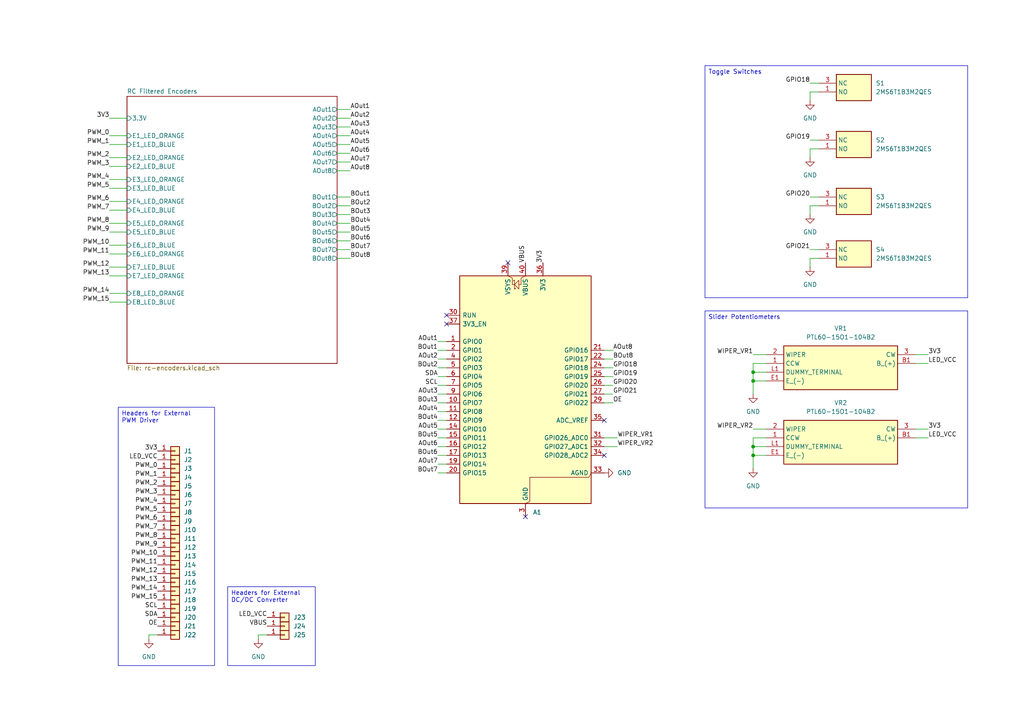
<source format=kicad_sch>
(kicad_sch (version 20250114) (generator "eeschema") (generator_version "9.0")
  (paper "A4")
  (lib_symbols
    (symbol "2MS6T1B3M2QES_1"
      (property "Reference" "S1" (at 16.51 0.0001 0))
      (property "Value" "2MS6T1B3M2QES" (at 16.51 -2.5399 0))
      (symbol "2MS6T1B3M2QES_1_1_1"
        (rectangle (start 5.08 2.54) (end 15.24 -5.08) (stroke (width 0.254)) (fill (type background)))
        (pin passive line (at 0 0 0) (length 5.08) (name "NC") (number "3"))
        (pin passive line (at 0 -2.54 0) (length 5.08) (name "NO") (number "1"))
      )
    )
    (symbol "2MS6T1B3M2QES_2"
      (property "Reference" "S2" (at 16.51 0.0001 0))
      (property "Value" "2MS6T1B3M2QES" (at 16.51 -2.5399 0))
      (symbol "2MS6T1B3M2QES_2_1_1"
        (rectangle (start 5.08 2.54) (end 15.24 -5.08) (stroke (width 0.254)) (fill (type background)))
        (pin passive line (at 0 0 0) (length 5.08) (name "NC") (number "3"))
        (pin passive line (at 0 -2.54 0) (length 5.08) (name "NO") (number "1"))
      )
    )
    (symbol "2MS6T1B3M2QES_3"
      (property "Reference" "S3" (at 16.51 0.0001 0))
      (property "Value" "2MS6T1B3M2QES" (at 16.51 -2.5399 0))
      (symbol "2MS6T1B3M2QES_3_1_1"
        (rectangle (start 5.08 2.54) (end 15.24 -5.08) (stroke (width 0.254)) (fill (type background)))
        (pin passive line (at 0 0 0) (length 5.08) (name "NC") (number "3"))
        (pin passive line (at 0 -2.54 0) (length 5.08) (name "NO") (number "1"))
      )
    )
    (symbol "Connector_Generic:Conn_01x01" (pin_names (offset 1.016) (hide yes))
      (property "Reference" "J" (at 0 2.54 0))
      (property "Value" "Conn_01x01" (at 0 -2.54 0))
      (symbol "Conn_01x01_1_1"
        (rectangle (start -1.27 1.27) (end 1.27 -1.27) (stroke (width 0.254)) (fill (type background)))
        (rectangle (start -1.27 0.127) (end 0 -0.127) (stroke (width 0.1524)))
        (pin passive line (at -5.08 0 0) (length 3.81) (name "Pin_1") (number "1"))
      )
    )
    (symbol "MCU_Module:RaspberryPi_Pico" (pin_names (offset 0.762))
      (property "Reference" "A" (at -19.05 35.56 0))
      (property "Value" "RaspberryPi_Pico" (at 7.62 35.56 0))
      (symbol "RaspberryPi_Pico_0_1"
        (rectangle (start -19.05 34.29) (end 19.05 -31.75) (stroke (width 0.254)) (fill (type background)))
        (polyline (pts (xy -5.08 34.29) (xy -3.81 33.655) (xy -3.81 31.75) (xy -3.175 31.75)))
        (polyline (pts (xy -3.429 32.766) (xy -3.429 33.02) (xy -3.175 33.02) (xy -3.175 30.48) (xy -2.921 30.48) (xy -2.921 30.734)))
        (polyline (pts (xy -3.175 31.75) (xy -1.905 33.02) (xy -1.905 30.48) (xy -3.175 31.75)))
        (polyline (pts (xy 0 34.29) (xy -1.27 33.655) (xy -1.27 31.75) (xy -1.905 31.75)))
        (polyline (pts (xy 0 -31.75) (xy 1.27 -31.115) (xy 1.27 -24.13) (xy 18.415 -24.13) (xy 19.05 -22.86)))
      )
      (symbol "RaspberryPi_Pico_1_1"
        (pin passive line (at -22.86 22.86 0) (length 3.81) (name "RUN") (number "30"))
        (pin passive line (at -22.86 20.32 0) (length 3.81) (name "3V3_EN") (number "37"))
        (pin bidirectional line (at -22.86 15.24 0) (length 3.81) (name "GPIO0") (number "1"))
        (pin bidirectional line (at -22.86 12.7 0) (length 3.81) (name "GPIO1") (number "2"))
        (pin bidirectional line (at -22.86 10.16 0) (length 3.81) (name "GPIO2") (number "4"))
        (pin bidirectional line (at -22.86 7.62 0) (length 3.81) (name "GPIO3") (number "5"))
        (pin bidirectional line (at -22.86 5.08 0) (length 3.81) (name "GPIO4") (number "6"))
        (pin bidirectional line (at -22.86 2.54 0) (length 3.81) (name "GPIO5") (number "7"))
        (pin bidirectional line (at -22.86 0 0) (length 3.81) (name "GPIO6") (number "9"))
        (pin bidirectional line (at -22.86 -2.54 0) (length 3.81) (name "GPIO7") (number "10"))
        (pin bidirectional line (at -22.86 -5.08 0) (length 3.81) (name "GPIO8") (number "11"))
        (pin bidirectional line (at -22.86 -7.62 0) (length 3.81) (name "GPIO9") (number "12"))
        (pin bidirectional line (at -22.86 -10.16 0) (length 3.81) (name "GPIO10") (number "14"))
        (pin bidirectional line (at -22.86 -12.7 0) (length 3.81) (name "GPIO11") (number "15"))
        (pin bidirectional line (at -22.86 -15.24 0) (length 3.81) (name "GPIO12") (number "16"))
        (pin bidirectional line (at -22.86 -17.78 0) (length 3.81) (name "GPIO13") (number "17"))
        (pin bidirectional line (at -22.86 -20.32 0) (length 3.81) (name "GPIO14") (number "19"))
        (pin bidirectional line (at -22.86 -22.86 0) (length 3.81) (name "GPIO15") (number "20"))
        (pin power_in line (at -5.08 38.1 270) (length 3.81) (name "VSYS") (number "39"))
        (pin power_out line (at 0 38.1 270) (length 3.81) (name "VBUS") (number "40"))
        (pin passive line (at 0 -35.56 90) (length 3.81) (hide yes) (name "GND") (number "13"))
        (pin passive line (at 0 -35.56 90) (length 3.81) (hide yes) (name "GND") (number "18"))
        (pin passive line (at 0 -35.56 90) (length 3.81) (hide yes) (name "GND") (number "23"))
        (pin passive line (at 0 -35.56 90) (length 3.81) (hide yes) (name "GND") (number "28"))
        (pin power_out line (at 0 -35.56 90) (length 3.81) (name "GND") (number "3"))
        (pin passive line (at 0 -35.56 90) (length 3.81) (hide yes) (name "GND") (number "38"))
        (pin passive line (at 0 -35.56 90) (length 3.81) (hide yes) (name "GND") (number "8"))
        (pin power_out line (at 5.08 38.1 270) (length 3.81) (name "3V3") (number "36"))
        (pin bidirectional line (at 22.86 12.7 180) (length 3.81) (name "GPIO16") (number "21"))
        (pin bidirectional line (at 22.86 10.16 180) (length 3.81) (name "GPIO17") (number "22"))
        (pin bidirectional line (at 22.86 7.62 180) (length 3.81) (name "GPIO18") (number "24"))
        (pin bidirectional line (at 22.86 5.08 180) (length 3.81) (name "GPIO19") (number "25"))
        (pin bidirectional line (at 22.86 2.54 180) (length 3.81) (name "GPIO20") (number "26"))
        (pin bidirectional line (at 22.86 0 180) (length 3.81) (name "GPIO21") (number "27"))
        (pin bidirectional line (at 22.86 -2.54 180) (length 3.81) (name "GPIO22") (number "29"))
        (pin power_in line (at 22.86 -7.62 180) (length 3.81) (name "ADC_VREF") (number "35"))
        (pin bidirectional line (at 22.86 -12.7 180) (length 3.81) (name "GPIO26_ADC0") (number "31"))
        (pin bidirectional line (at 22.86 -15.24 180) (length 3.81) (name "GPIO27_ADC1") (number "32"))
        (pin bidirectional line (at 22.86 -17.78 180) (length 3.81) (name "GPIO28_ADC2") (number "34"))
        (pin power_out line (at 22.86 -22.86 180) (length 3.81) (name "AGND") (number "33"))
      )
    )
    (symbol "SamacSys_Parts:2MS6T1B3M2QES"
      (property "Reference" "S4" (at 16.51 0.0001 0))
      (property "Value" "2MS6T1B3M2QES" (at 16.51 -2.5399 0))
      (symbol "2MS6T1B3M2QES_1_1"
        (rectangle (start 5.08 2.54) (end 15.24 -5.08) (stroke (width 0.254)) (fill (type background)))
        (pin passive line (at 0 0 0) (length 5.08) (name "NC") (number "3"))
        (pin passive line (at 0 -2.54 0) (length 5.08) (name "NO") (number "1"))
      )
    )
    (symbol "SamacSys_Parts:PTL60-15O1-104B2"
      (property "Reference" "VR" (at 39.37 7.62 0))
      (property "Value" "PTL60-15O1-104B2" (at 39.37 5.08 0))
      (symbol "PTL60-15O1-104B2_1_1"
        (rectangle (start 5.08 2.54) (end 38.1 -10.16) (stroke (width 0.254)) (fill (type background)))
        (pin passive line (at 0 0 0) (length 5.08) (name "WIPER") (number "2"))
        (pin passive line (at 0 -2.54 0) (length 5.08) (name "CCW") (number "1"))
        (pin passive line (at 0 -5.08 0) (length 5.08) (name "DUMMY_TERMINAL") (number "L1"))
        (pin passive line (at 0 -7.62 0) (length 5.08) (name "E_(-)") (number "E1"))
        (pin passive line (at 43.18 0 180) (length 5.08) (name "CW") (number "3"))
        (pin passive line (at 43.18 -2.54 180) (length 5.08) (name "B_(+)") (number "B1"))
      )
    )
    (symbol "power:GND" (power) (pin_numbers (hide yes)) (pin_names (offset 0) (hide yes))
      (property "Value" "GND" (at 0 -3.81 0))
      (symbol "GND_0_1"
        (polyline (pts (xy 0 0) (xy 0 -1.27) (xy 1.27 -1.27) (xy 0 -2.54) (xy -1.27 -1.27) (xy 0 -1.27)))
      )
      (symbol "GND_1_1"
        (pin power_in line (at 0 0 270) (length 0) (name "~") (number "1"))
      )
    )
  )
  (text_box "Headers for External DC/DC Converter\n" (at 66.04 170.18 0) (size 25.4 22.86) (margins 0.9525 0.9525 0.9525 0.9525) (effects (font (size 1.27 1.27)) (justify left top)))
  (text_box "Headers for External\nPWM Driver\n" (at 34.29 118.11 0) (size 27.94 74.93) (margins 0.9525 0.9525 0.9525 0.9525) (effects (font (size 1.27 1.27)) (justify left top)))
  (text_box "Slider Potentiometers" (at 204.47 90.17 0) (size 76.2 57.15) (margins 0.9525 0.9525 0.9525 0.9525) (effects (font (size 1.27 1.27)) (justify left top)))
  (text_box "Toggle Switches" (at 204.47 19.05 0) (size 76.2 67.31) (margins 0.9525 0.9525 0.9525 0.9525) (effects (font (size 1.27 1.27)) (justify left top)))
  (junction (at 218.44 129.54))
  (junction (at 218.44 107.95))
  (junction (at 218.44 110.49))
  (junction (at 218.44 132.08))
  (no_connect (at 175.26 121.92))
  (no_connect (at 129.54 93.98))
  (no_connect (at 129.54 91.44))
  (no_connect (at 152.4 149.86))
  (no_connect (at 147.32 76.2))
  (no_connect (at 175.26 132.08))
  (wire (pts (xy 234.95 29.21) (xy 234.95 26.67)))
  (wire (pts (xy 234.95 43.18) (xy 237.49 43.18)))
  (wire (pts (xy 101.6 34.29) (xy 97.79 34.29)))
  (wire (pts (xy 101.6 74.93) (xy 97.79 74.93)))
  (wire (pts (xy 31.75 87.63) (xy 36.83 87.63)))
  (wire (pts (xy 43.18 184.15) (xy 45.72 184.15)))
  (wire (pts (xy 234.95 74.93) (xy 237.49 74.93)))
  (wire (pts (xy 31.75 80.01) (xy 36.83 80.01)))
  (wire (pts (xy 101.6 59.69) (xy 97.79 59.69)))
  (wire (pts (xy 101.6 36.83) (xy 97.79 36.83)))
  (wire (pts (xy 234.95 40.64) (xy 237.49 40.64)))
  (wire (pts (xy 127 114.3) (xy 129.54 114.3)))
  (wire (pts (xy 101.6 72.39) (xy 97.79 72.39)))
  (wire (pts (xy 218.44 102.87) (xy 222.25 102.87)))
  (wire (pts (xy 31.75 77.47) (xy 36.83 77.47)))
  (wire (pts (xy 234.95 62.23) (xy 234.95 59.69)))
  (wire (pts (xy 177.8 116.84) (xy 175.26 116.84)))
  (wire (pts (xy 218.44 127) (xy 222.25 127)))
  (wire (pts (xy 175.26 104.14) (xy 177.8 104.14)))
  (wire (pts (xy 234.95 59.69) (xy 237.49 59.69)))
  (wire (pts (xy 218.44 129.54) (xy 222.25 129.54)))
  (wire (pts (xy 218.44 107.95) (xy 222.25 107.95)))
  (wire (pts (xy 31.75 34.29) (xy 36.83 34.29)))
  (wire (pts (xy 74.93 184.15) (xy 77.47 184.15)))
  (wire (pts (xy 127 101.6) (xy 129.54 101.6)))
  (wire (pts (xy 177.8 109.22) (xy 175.26 109.22)))
  (wire (pts (xy 127 129.54) (xy 129.54 129.54)))
  (wire (pts (xy 218.44 127) (xy 218.44 129.54)))
  (wire (pts (xy 127 127) (xy 129.54 127)))
  (wire (pts (xy 234.95 77.47) (xy 234.95 74.93)))
  (wire (pts (xy 101.6 46.99) (xy 97.79 46.99)))
  (wire (pts (xy 31.75 39.37) (xy 36.83 39.37)))
  (wire (pts (xy 218.44 129.54) (xy 218.44 132.08)))
  (wire (pts (xy 234.95 26.67) (xy 237.49 26.67)))
  (wire (pts (xy 101.6 41.91) (xy 97.79 41.91)))
  (wire (pts (xy 234.95 57.15) (xy 237.49 57.15)))
  (wire (pts (xy 177.8 111.76) (xy 175.26 111.76)))
  (wire (pts (xy 127 99.06) (xy 129.54 99.06)))
  (wire (pts (xy 31.75 48.26) (xy 36.83 48.26)))
  (wire (pts (xy 127 109.22) (xy 129.54 109.22)))
  (wire (pts (xy 177.8 106.68) (xy 175.26 106.68)))
  (wire (pts (xy 31.75 71.12) (xy 36.83 71.12)))
  (wire (pts (xy 234.95 72.39) (xy 237.49 72.39)))
  (wire (pts (xy 127 121.92) (xy 129.54 121.92)))
  (wire (pts (xy 31.75 54.61) (xy 36.83 54.61)))
  (wire (pts (xy 175.26 129.54) (xy 179.07 129.54)))
  (wire (pts (xy 31.75 60.96) (xy 36.83 60.96)))
  (wire (pts (xy 218.44 135.89) (xy 218.44 132.08)))
  (wire (pts (xy 127 124.46) (xy 129.54 124.46)))
  (wire (pts (xy 234.95 45.72) (xy 234.95 43.18)))
  (wire (pts (xy 101.6 64.77) (xy 97.79 64.77)))
  (wire (pts (xy 127 104.14) (xy 129.54 104.14)))
  (wire (pts (xy 31.75 85.09) (xy 36.83 85.09)))
  (wire (pts (xy 31.75 58.42) (xy 36.83 58.42)))
  (wire (pts (xy 101.6 62.23) (xy 97.79 62.23)))
  (wire (pts (xy 127 116.84) (xy 129.54 116.84)))
  (wire (pts (xy 175.26 101.6) (xy 177.8 101.6)))
  (wire (pts (xy 175.26 127) (xy 179.07 127)))
  (wire (pts (xy 127 137.16) (xy 129.54 137.16)))
  (wire (pts (xy 127 106.68) (xy 129.54 106.68)))
  (wire (pts (xy 218.44 114.3) (xy 218.44 110.49)))
  (wire (pts (xy 269.24 127) (xy 265.43 127)))
  (wire (pts (xy 218.44 110.49) (xy 222.25 110.49)))
  (wire (pts (xy 31.75 41.91) (xy 36.83 41.91)))
  (wire (pts (xy 31.75 45.72) (xy 36.83 45.72)))
  (wire (pts (xy 101.6 39.37) (xy 97.79 39.37)))
  (wire (pts (xy 31.75 52.07) (xy 36.83 52.07)))
  (wire (pts (xy 101.6 69.85) (xy 97.79 69.85)))
  (wire (pts (xy 101.6 49.53) (xy 97.79 49.53)))
  (wire (pts (xy 218.44 107.95) (xy 218.44 110.49)))
  (wire (pts (xy 127 132.08) (xy 129.54 132.08)))
  (wire (pts (xy 31.75 64.77) (xy 36.83 64.77)))
  (wire (pts (xy 218.44 105.41) (xy 218.44 107.95)))
  (wire (pts (xy 127 119.38) (xy 129.54 119.38)))
  (wire (pts (xy 218.44 124.46) (xy 222.25 124.46)))
  (wire (pts (xy 265.43 102.87) (xy 269.24 102.87)))
  (wire (pts (xy 43.18 185.42) (xy 43.18 184.15)))
  (wire (pts (xy 127 111.76) (xy 129.54 111.76)))
  (wire (pts (xy 265.43 105.41) (xy 269.24 105.41)))
  (wire (pts (xy 101.6 44.45) (xy 97.79 44.45)))
  (wire (pts (xy 101.6 57.15) (xy 97.79 57.15)))
  (wire (pts (xy 101.6 31.75) (xy 97.79 31.75)))
  (wire (pts (xy 31.75 67.31) (xy 36.83 67.31)))
  (wire (pts (xy 127 134.62) (xy 129.54 134.62)))
  (wire (pts (xy 74.93 185.42) (xy 74.93 184.15)))
  (wire (pts (xy 177.8 114.3) (xy 175.26 114.3)))
  (wire (pts (xy 265.43 124.46) (xy 269.24 124.46)))
  (wire (pts (xy 218.44 132.08) (xy 222.25 132.08)))
  (wire (pts (xy 234.95 24.13) (xy 237.49 24.13)))
  (wire (pts (xy 31.75 73.66) (xy 36.83 73.66)))
  (wire (pts (xy 218.44 105.41) (xy 222.25 105.41)))
  (wire (pts (xy 101.6 67.31) (xy 97.79 67.31)))
  (label "BOut8" (at 177.8 104.14 0))
  (label "AOut1" (at 127 99.06 180))
  (label "BOut6" (at 101.6 69.85 0))
  (label "AOut6" (at 101.6 44.45 0))
  (label "GPIO21" (at 234.95 72.39 180))
  (label "GPIO20" (at 177.8 111.76 0))
  (label "BOut2" (at 127 106.68 180))
  (label "AOut5" (at 101.6 41.91 0))
  (label "AOut1" (at 101.6 31.75 0))
  (label "PWM_3" (at 45.72 143.51 180))
  (label "BOut7" (at 127 137.16 180))
  (label "VBUS" (at 77.47 181.61 180))
  (label "PWM_13" (at 31.75 80.01 180))
  (label "PWM_12" (at 45.72 166.37 180))
  (label "AOut3" (at 127 114.3 180))
  (label "OE" (at 177.8 116.84 0))
  (label "PWM_15" (at 31.75 87.63 180))
  (label "PWM_15" (at 45.72 173.99 180))
  (label "PWM_13" (at 45.72 168.91 180))
  (label "PWM_8" (at 31.75 64.77 180))
  (label "VBUS" (at 152.4 76.2 90))
  (label "BOut3" (at 101.6 62.23 0))
  (label "LED_VCC" (at 77.47 179.07 180))
  (label "SCL" (at 45.72 176.53 180))
  (label "AOut8" (at 101.6 49.53 0))
  (label "LED_VCC" (at 269.24 127 0))
  (label "WIPER_VR1" (at 218.44 102.87 180))
  (label "PWM_6" (at 45.72 151.13 180))
  (label "PWM_2" (at 31.75 45.72 180))
  (label "BOut4" (at 101.6 64.77 0))
  (label "LED_VCC" (at 269.24 105.41 0))
  (label "BOut5" (at 101.6 67.31 0))
  (label "PWM_9" (at 45.72 158.75 180))
  (label "WIPER_VR2" (at 179.07 129.54 0))
  (label "BOut2" (at 101.6 59.69 0))
  (label "GPIO21" (at 177.8 114.3 0))
  (label "PWM_12" (at 31.75 77.47 180))
  (label "WIPER_VR1" (at 179.07 127 0))
  (label "PWM_10" (at 45.72 161.29 180))
  (label "PWM_8" (at 45.72 156.21 180))
  (label "PWM_3" (at 31.75 48.26 180))
  (label "PWM_4" (at 45.72 146.05 180))
  (label "AOut7" (at 127 134.62 180))
  (label "BOut1" (at 101.6 57.15 0))
  (label "SDA" (at 127 109.22 180))
  (label "BOut7" (at 101.6 72.39 0))
  (label "PWM_7" (at 45.72 153.67 180))
  (label "PWM_14" (at 45.72 171.45 180))
  (label "OE" (at 45.72 181.61 180))
  (label "BOut4" (at 127 121.92 180))
  (label "3V3" (at 269.24 102.87 0))
  (label "LED_VCC" (at 45.72 133.35 180))
  (label "AOut6" (at 127 129.54 180))
  (label "AOut8" (at 177.8 101.6 0))
  (label "GPIO18" (at 234.95 24.13 180))
  (label "PWM_5" (at 31.75 54.61 180))
  (label "SDA" (at 45.72 179.07 180))
  (label "AOut4" (at 101.6 39.37 0))
  (label "PWM_9" (at 31.75 67.31 180))
  (label "PWM_11" (at 45.72 163.83 180))
  (label "SCL" (at 127 111.76 180))
  (label "AOut2" (at 101.6 34.29 0))
  (label "3V3" (at 45.72 130.81 180))
  (label "PWM_14" (at 31.75 85.09 180))
  (label "PWM_11" (at 31.75 73.66 180))
  (label "3V3" (at 269.24 124.46 0))
  (label "AOut2" (at 127 104.14 180))
  (label "WIPER_VR2" (at 218.44 124.46 180))
  (label "PWM_5" (at 45.72 148.59 180))
  (label "PWM_0" (at 31.75 39.37 180))
  (label "BOut1" (at 127 101.6 180))
  (label "PWM_1" (at 45.72 138.43 180))
  (label "GPIO20" (at 234.95 57.15 180))
  (label "BOut5" (at 127 127 180))
  (label "PWM_2" (at 45.72 140.97 180))
  (label "AOut5" (at 127 124.46 180))
  (label "3V3" (at 157.48 76.2 90))
  (label "PWM_1" (at 31.75 41.91 180))
  (label "AOut7" (at 101.6 46.99 0))
  (label "PWM_4" (at 31.75 52.07 180))
  (label "BOut6" (at 127 132.08 180))
  (label "PWM_10" (at 31.75 71.12 180))
  (label "PWM_6" (at 31.75 58.42 180))
  (label "AOut3" (at 101.6 36.83 0))
  (label "GPIO18" (at 177.8 106.68 0))
  (label "GPIO19" (at 234.95 40.64 180))
  (label "3V3" (at 31.75 34.29 180))
  (label "GPIO19" (at 177.8 109.22 0))
  (label "AOut4" (at 127 119.38 180))
  (label "BOut3" (at 127 116.84 180))
  (label "PWM_0" (at 45.72 135.89 180))
  (label "BOut8" (at 101.6 74.93 0))
  (label "PWM_7" (at 31.75 60.96 180))
  (symbol (lib_id "Connector_Generic:Conn_01x01") (at 50.8 168.91 0) (unit 1)
    (property "Reference" "J16" (at 53.34 168.91 0) (effects (justify left)))
    (property "Value" "Conn_01x01" (effects (hide yes)))
    (property "Footprint" "Connector_Wire:SolderWire-0.25sqmm_1x01_D0.65mm_OD1.7mm" (effects (hide yes)))
    (property "Description" "Generic connector, single row, 01x01, script generated (kicad-library-utils/schlib/autogen/connector/)" (effects (hide yes)))
  )
  (symbol (lib_name "2MS6T1B3M2QES_1") (lib_id "SamacSys_Parts:2MS6T1B3M2QES") (at 237.49 24.13 0) (unit 1)
    (property "Reference" "S1" (at 254 24.1299 0) (effects (justify left)))
    (property "Value" "2MS6T1B3M2QES" (at 254 26.6699 0) (effects (justify left)))
    (property "Footprint" "2MS6T1B3M2QES" (effects (hide yes)))
    (property "Datasheet" "https://www.mouser.de/datasheet/2/979/Dailywell_01132020_2M_Series-1708785.pdf" (effects (hide yes)))
    (property "Description" "Toggle Switches SPST 2-4VDC , 1,000 M , OFF-ON 20 mmax , -40C to 85C" (effects (hide yes)))
    (property "Height" "23.63" (effects (hide yes)))
    (property "Manufacturer_Name" "Dailywell" (effects (hide yes)))
    (property "Manufacturer_Part_Number" "2MS6T1B3M2QES" (effects (hide yes)))
    (property "Mouser Part Number" "118-2MS6T1B3M2QES" (effects (hide yes)))
    (property "Mouser Price/Stock" "https://www.mouser.co.uk/ProductDetail/Dailywell/2MS6T1B3M2QES?qs=B6kkDfuK7%2FCLnLIcqzvQEQ%3D%3D" (effects (hide yes)))
  )
  (symbol (lib_id "power:GND") (at 234.95 62.23 0) (unit 1)
    (property "Reference" "#PWR017" (effects (hide yes)))
    (property "Value" "GND" (at 234.95 67.31 0))
    (property "Description" "Power symbol creates a global label with name \"GND\" , ground" (effects (hide yes)))
  )
  (symbol (lib_id "Connector_Generic:Conn_01x01") (at 50.8 163.83 0) (unit 1)
    (property "Reference" "J14" (at 53.34 163.83 0) (effects (justify left)))
    (property "Value" "Conn_01x01" (effects (hide yes)))
    (property "Footprint" "Connector_Wire:SolderWire-0.25sqmm_1x01_D0.65mm_OD1.7mm" (effects (hide yes)))
    (property "Description" "Generic connector, single row, 01x01, script generated (kicad-library-utils/schlib/autogen/connector/)" (effects (hide yes)))
  )
  (symbol (lib_id "power:GND") (at 74.93 185.42 0) (unit 1)
    (property "Reference" "#PWR016" (effects (hide yes)))
    (property "Value" "GND" (at 74.93 190.5 0))
    (property "Description" "Power symbol creates a global label with name \"GND\" , ground" (effects (hide yes)))
  )
  (symbol (lib_id "Connector_Generic:Conn_01x01") (at 50.8 135.89 0) (unit 1)
    (property "Reference" "J3" (at 53.34 135.89 0) (effects (justify left)))
    (property "Value" "Conn_01x01" (effects (hide yes)))
    (property "Footprint" "Connector_Wire:SolderWire-0.25sqmm_1x01_D0.65mm_OD1.7mm" (effects (hide yes)))
    (property "Description" "Generic connector, single row, 01x01, script generated (kicad-library-utils/schlib/autogen/connector/)" (effects (hide yes)))
  )
  (symbol (lib_id "power:GND") (at 175.26 137.16 90) (unit 1)
    (property "Reference" "#PWR014" (effects (hide yes)))
    (property "Value" "GND" (at 179.07 137.1599 90) (effects (justify right)))
    (property "Description" "Power symbol creates a global label with name \"GND\" , ground" (effects (hide yes)))
  )
  (symbol (lib_id "Connector_Generic:Conn_01x01") (at 50.8 140.97 0) (unit 1)
    (property "Reference" "J5" (at 53.34 140.97 0) (effects (justify left)))
    (property "Value" "Conn_01x01" (effects (hide yes)))
    (property "Footprint" "Connector_Wire:SolderWire-0.25sqmm_1x01_D0.65mm_OD1.7mm" (effects (hide yes)))
    (property "Description" "Generic connector, single row, 01x01, script generated (kicad-library-utils/schlib/autogen/connector/)" (effects (hide yes)))
  )
  (symbol (lib_name "2MS6T1B3M2QES_3") (lib_id "SamacSys_Parts:2MS6T1B3M2QES") (at 237.49 57.15 0) (unit 1)
    (property "Reference" "S3" (at 254 57.1499 0) (effects (justify left)))
    (property "Value" "2MS6T1B3M2QES" (at 254 59.6899 0) (effects (justify left)))
    (property "Footprint" "2MS6T1B3M2QES" (effects (hide yes)))
    (property "Datasheet" "https://www.mouser.de/datasheet/2/979/Dailywell_01132020_2M_Series-1708785.pdf" (effects (hide yes)))
    (property "Description" "Toggle Switches SPST 2-4VDC , 1,000 M , OFF-ON 20 mmax , -40C to 85C" (effects (hide yes)))
    (property "Height" "23.63" (effects (hide yes)))
    (property "Manufacturer_Name" "Dailywell" (effects (hide yes)))
    (property "Manufacturer_Part_Number" "2MS6T1B3M2QES" (effects (hide yes)))
    (property "Mouser Part Number" "118-2MS6T1B3M2QES" (effects (hide yes)))
    (property "Mouser Price/Stock" "https://www.mouser.co.uk/ProductDetail/Dailywell/2MS6T1B3M2QES?qs=B6kkDfuK7%2FCLnLIcqzvQEQ%3D%3D" (effects (hide yes)))
  )
  (symbol (lib_id "Connector_Generic:Conn_01x01") (at 50.8 184.15 0) (unit 1)
    (property "Reference" "J22" (at 53.34 184.15 0) (effects (justify left)))
    (property "Value" "Conn_01x01" (effects (hide yes)))
    (property "Footprint" "Connector_Wire:SolderWire-0.25sqmm_1x01_D0.65mm_OD1.7mm" (effects (hide yes)))
    (property "Description" "Generic connector, single row, 01x01, script generated (kicad-library-utils/schlib/autogen/connector/)" (effects (hide yes)))
  )
  (symbol (lib_id "Connector_Generic:Conn_01x01") (at 82.55 181.61 0) (unit 1)
    (property "Reference" "J24" (at 85.09 181.61 0) (effects (justify left)))
    (property "Value" "Conn_01x01" (effects (hide yes)))
    (property "Footprint" "Connector_Wire:SolderWire-0.25sqmm_1x01_D0.65mm_OD1.7mm" (effects (hide yes)))
    (property "Description" "Generic connector, single row, 01x01, script generated (kicad-library-utils/schlib/autogen/connector/)" (effects (hide yes)))
  )
  (symbol (lib_id "MCU_Module:RaspberryPi_Pico") (at 152.4 114.3 0) (unit 1)
    (property "Reference" "A1" (at 154.5433 148.59 0) (effects (justify left)))
    (property "Value" "RaspberryPi_Pico" (effects (hide yes)))
    (property "Footprint" "Module:RaspberryPi_Pico_Common_Unspecified" (effects (hide yes)))
    (property "Datasheet" "https://datasheets.raspberrypi.com/pico/pico-datasheet.pdf" (effects (hide yes)))
    (property "Description" "Versatile and inexpensive microcontroller module powered by RP2040 dual-core Arm Cortex-M0+ processor up to 133 MHz, 264kB SRAM, 2MB QSPI flash; also supports Raspberry Pi Pico 2" (effects (hide yes)))
  )
  (symbol (lib_id "Connector_Generic:Conn_01x01") (at 50.8 138.43 0) (unit 1)
    (property "Reference" "J4" (at 53.34 138.43 0) (effects (justify left)))
    (property "Value" "Conn_01x01" (effects (hide yes)))
    (property "Footprint" "Connector_Wire:SolderWire-0.25sqmm_1x01_D0.65mm_OD1.7mm" (effects (hide yes)))
    (property "Description" "Generic connector, single row, 01x01, script generated (kicad-library-utils/schlib/autogen/connector/)" (effects (hide yes)))
  )
  (symbol (lib_id "Connector_Generic:Conn_01x01") (at 50.8 153.67 0) (unit 1)
    (property "Reference" "J10" (at 53.34 153.67 0) (effects (justify left)))
    (property "Value" "Conn_01x01" (effects (hide yes)))
    (property "Footprint" "Connector_Wire:SolderWire-0.25sqmm_1x01_D0.65mm_OD1.7mm" (effects (hide yes)))
    (property "Description" "Generic connector, single row, 01x01, script generated (kicad-library-utils/schlib/autogen/connector/)" (effects (hide yes)))
  )
  (symbol (lib_id "power:GND") (at 234.95 29.21 0) (unit 1)
    (property "Reference" "#PWR019" (effects (hide yes)))
    (property "Value" "GND" (at 234.95 34.29 0))
    (property "Description" "Power symbol creates a global label with name \"GND\" , ground" (effects (hide yes)))
  )
  (symbol (lib_id "power:GND") (at 218.44 114.3 0) (unit 1)
    (property "Reference" "#PWR012" (effects (hide yes)))
    (property "Value" "GND" (at 218.44 119.38 0))
    (property "Description" "Power symbol creates a global label with name \"GND\" , ground" (effects (hide yes)))
  )
  (symbol (lib_id "Connector_Generic:Conn_01x01") (at 50.8 148.59 0) (unit 1)
    (property "Reference" "J8" (at 53.34 148.59 0) (effects (justify left)))
    (property "Value" "Conn_01x01" (effects (hide yes)))
    (property "Footprint" "Connector_Wire:SolderWire-0.25sqmm_1x01_D0.65mm_OD1.7mm" (effects (hide yes)))
    (property "Description" "Generic connector, single row, 01x01, script generated (kicad-library-utils/schlib/autogen/connector/)" (effects (hide yes)))
  )
  (symbol (lib_id "power:GND") (at 218.44 135.89 0) (unit 1)
    (property "Reference" "#PWR011" (effects (hide yes)))
    (property "Value" "GND" (at 218.44 140.97 0))
    (property "Description" "Power symbol creates a global label with name \"GND\" , ground" (effects (hide yes)))
  )
  (symbol (lib_id "Connector_Generic:Conn_01x01") (at 50.8 181.61 0) (mirror x) (unit 1)
    (property "Reference" "J21" (at 53.34 181.61 0) (effects (justify left)))
    (property "Value" "Conn_01x01" (effects (hide yes)))
    (property "Footprint" "Connector_Wire:SolderWire-0.25sqmm_1x01_D0.65mm_OD1.7mm" (effects (hide yes)))
    (property "Description" "Generic connector, single row, 01x01, script generated (kicad-library-utils/schlib/autogen/connector/)" (effects (hide yes)))
  )
  (symbol (lib_id "Connector_Generic:Conn_01x01") (at 50.8 146.05 0) (unit 1)
    (property "Reference" "J7" (at 53.34 146.05 0) (effects (justify left)))
    (property "Value" "Conn_01x01" (effects (hide yes)))
    (property "Footprint" "Connector_Wire:SolderWire-0.25sqmm_1x01_D0.65mm_OD1.7mm" (effects (hide yes)))
    (property "Description" "Generic connector, single row, 01x01, script generated (kicad-library-utils/schlib/autogen/connector/)" (effects (hide yes)))
  )
  (symbol (lib_id "Connector_Generic:Conn_01x01") (at 50.8 173.99 0) (unit 1)
    (property "Reference" "J18" (at 53.34 173.99 0) (effects (justify left)))
    (property "Value" "Conn_01x01" (effects (hide yes)))
    (property "Footprint" "Connector_Wire:SolderWire-0.25sqmm_1x01_D0.65mm_OD1.7mm" (effects (hide yes)))
    (property "Description" "Generic connector, single row, 01x01, script generated (kicad-library-utils/schlib/autogen/connector/)" (effects (hide yes)))
  )
  (symbol (lib_id "SamacSys_Parts:PTL60-15O1-104B2") (at 222.25 102.87 0) (unit 1)
    (property "Reference" "VR1" (at 243.84 95.25 0))
    (property "Value" "PTL60-15O1-104B2" (at 243.84 97.79 0))
    (property "Footprint" "PTL6015O1104B2" (effects (hide yes)))
    (property "Datasheet" "https://www.mouser.de/datasheet/2/54/PTL-777483.pdf" (effects (hide yes)))
    (property "Description" "Res Carbon Film POT 100K Ohm 20% 0.2W(1/5W) (75 X 9 X 22mm) Pin Thru-Hole" (effects (hide yes)))
    (property "Height" "23" (effects (hide yes)))
    (property "Mouser Part Number" "652-PTL60-15O1-104B2" (effects (hide yes)))
    (property "Mouser Price/Stock" "https://www.mouser.co.uk/ProductDetail/Bourns/PTL60-15O1-104B2?qs=nAEW9fCjKd9VkMEfC2OFmQ%3D%3D" (effects (hide yes)))
    (property "Manufacturer_Name" "Bourns" (effects (hide yes)))
    (property "Manufacturer_Part_Number" "PTL60-15O1-104B2" (effects (hide yes)))
  )
  (symbol (lib_id "power:GND") (at 234.95 77.47 0) (unit 1)
    (property "Reference" "#PWR018" (effects (hide yes)))
    (property "Value" "GND" (at 234.95 82.55 0))
    (property "Description" "Power symbol creates a global label with name \"GND\" , ground" (effects (hide yes)))
  )
  (symbol (lib_id "power:GND") (at 234.95 45.72 0) (unit 1)
    (property "Reference" "#PWR020" (effects (hide yes)))
    (property "Value" "GND" (at 234.95 50.8 0))
    (property "Description" "Power symbol creates a global label with name \"GND\" , ground" (effects (hide yes)))
  )
  (symbol (lib_id "Connector_Generic:Conn_01x01") (at 50.8 143.51 0) (unit 1)
    (property "Reference" "J6" (at 53.34 143.51 0) (effects (justify left)))
    (property "Value" "Conn_01x01" (effects (hide yes)))
    (property "Footprint" "Connector_Wire:SolderWire-0.25sqmm_1x01_D0.65mm_OD1.7mm" (effects (hide yes)))
    (property "Description" "Generic connector, single row, 01x01, script generated (kicad-library-utils/schlib/autogen/connector/)" (effects (hide yes)))
  )
  (symbol (lib_id "Connector_Generic:Conn_01x01") (at 50.8 161.29 0) (unit 1)
    (property "Reference" "J13" (at 53.34 161.29 0) (effects (justify left)))
    (property "Value" "Conn_01x01" (effects (hide yes)))
    (property "Footprint" "Connector_Wire:SolderWire-0.25sqmm_1x01_D0.65mm_OD1.7mm" (effects (hide yes)))
    (property "Description" "Generic connector, single row, 01x01, script generated (kicad-library-utils/schlib/autogen/connector/)" (effects (hide yes)))
  )
  (symbol (lib_id "Connector_Generic:Conn_01x01") (at 50.8 158.75 0) (unit 1)
    (property "Reference" "J12" (at 53.34 158.75 0) (effects (justify left)))
    (property "Value" "Conn_01x01" (effects (hide yes)))
    (property "Footprint" "Connector_Wire:SolderWire-0.25sqmm_1x01_D0.65mm_OD1.7mm" (effects (hide yes)))
    (property "Description" "Generic connector, single row, 01x01, script generated (kicad-library-utils/schlib/autogen/connector/)" (effects (hide yes)))
  )
  (symbol (lib_id "Connector_Generic:Conn_01x01") (at 82.55 179.07 0) (unit 1)
    (property "Reference" "J23" (at 85.09 179.07 0) (effects (justify left)))
    (property "Value" "Conn_01x01" (effects (hide yes)))
    (property "Footprint" "Connector_Wire:SolderWire-0.25sqmm_1x01_D0.65mm_OD1.7mm" (effects (hide yes)))
    (property "Description" "Generic connector, single row, 01x01, script generated (kicad-library-utils/schlib/autogen/connector/)" (effects (hide yes)))
  )
  (symbol (lib_id "Connector_Generic:Conn_01x01") (at 50.8 166.37 0) (unit 1)
    (property "Reference" "J15" (at 53.34 166.37 0) (effects (justify left)))
    (property "Value" "Conn_01x01" (effects (hide yes)))
    (property "Footprint" "Connector_Wire:SolderWire-0.25sqmm_1x01_D0.65mm_OD1.7mm" (effects (hide yes)))
    (property "Description" "Generic connector, single row, 01x01, script generated (kicad-library-utils/schlib/autogen/connector/)" (effects (hide yes)))
  )
  (symbol (lib_id "power:GND") (at 43.18 185.42 0) (unit 1)
    (property "Reference" "#PWR015" (effects (hide yes)))
    (property "Value" "GND" (at 43.18 190.5 0))
    (property "Description" "Power symbol creates a global label with name \"GND\" , ground" (effects (hide yes)))
  )
  (symbol (lib_name "2MS6T1B3M2QES_2") (lib_id "SamacSys_Parts:2MS6T1B3M2QES") (at 237.49 40.64 0) (unit 1)
    (property "Reference" "S2" (at 254 40.6399 0) (effects (justify left)))
    (property "Value" "2MS6T1B3M2QES" (at 254 43.1799 0) (effects (justify left)))
    (property "Footprint" "2MS6T1B3M2QES" (effects (hide yes)))
    (property "Datasheet" "https://www.mouser.de/datasheet/2/979/Dailywell_01132020_2M_Series-1708785.pdf" (effects (hide yes)))
    (property "Description" "Toggle Switches SPST 2-4VDC , 1,000 M , OFF-ON 20 mmax , -40C to 85C" (effects (hide yes)))
    (property "Height" "23.63" (effects (hide yes)))
    (property "Manufacturer_Name" "Dailywell" (effects (hide yes)))
    (property "Manufacturer_Part_Number" "2MS6T1B3M2QES" (effects (hide yes)))
    (property "Mouser Part Number" "118-2MS6T1B3M2QES" (effects (hide yes)))
    (property "Mouser Price/Stock" "https://www.mouser.co.uk/ProductDetail/Dailywell/2MS6T1B3M2QES?qs=B6kkDfuK7%2FCLnLIcqzvQEQ%3D%3D" (effects (hide yes)))
  )
  (symbol (lib_id "Connector_Generic:Conn_01x01") (at 50.8 151.13 0) (unit 1)
    (property "Reference" "J9" (at 53.34 151.13 0) (effects (justify left)))
    (property "Value" "Conn_01x01" (effects (hide yes)))
    (property "Footprint" "Connector_Wire:SolderWire-0.25sqmm_1x01_D0.65mm_OD1.7mm" (effects (hide yes)))
    (property "Description" "Generic connector, single row, 01x01, script generated (kicad-library-utils/schlib/autogen/connector/)" (effects (hide yes)))
  )
  (symbol (lib_id "Connector_Generic:Conn_01x01") (at 50.8 176.53 0) (mirror x) (unit 1)
    (property "Reference" "J19" (at 53.34 176.53 0) (effects (justify left)))
    (property "Value" "Conn_01x01" (effects (hide yes)))
    (property "Footprint" "Connector_Wire:SolderWire-0.25sqmm_1x01_D0.65mm_OD1.7mm" (effects (hide yes)))
    (property "Description" "Generic connector, single row, 01x01, script generated (kicad-library-utils/schlib/autogen/connector/)" (effects (hide yes)))
  )
  (symbol (lib_id "Connector_Generic:Conn_01x01") (at 50.8 133.35 0) (unit 1)
    (property "Reference" "J2" (at 53.34 133.35 0) (effects (justify left)))
    (property "Value" "Conn_01x01" (effects (hide yes)))
    (property "Footprint" "Connector_Wire:SolderWire-0.25sqmm_1x01_D0.65mm_OD1.7mm" (effects (hide yes)))
    (property "Description" "Generic connector, single row, 01x01, script generated (kicad-library-utils/schlib/autogen/connector/)" (effects (hide yes)))
  )
  (symbol (lib_id "Connector_Generic:Conn_01x01") (at 50.8 179.07 0) (mirror x) (unit 1)
    (property "Reference" "J20" (at 53.34 179.07 0) (effects (justify left)))
    (property "Value" "Conn_01x01" (effects (hide yes)))
    (property "Footprint" "Connector_Wire:SolderWire-0.25sqmm_1x01_D0.65mm_OD1.7mm" (effects (hide yes)))
    (property "Description" "Generic connector, single row, 01x01, script generated (kicad-library-utils/schlib/autogen/connector/)" (effects (hide yes)))
  )
  (symbol (lib_id "Connector_Generic:Conn_01x01") (at 50.8 130.81 0) (unit 1)
    (property "Reference" "J1" (at 53.34 130.81 0) (effects (justify left)))
    (property "Value" "Conn_01x01" (effects (hide yes)))
    (property "Footprint" "Connector_Wire:SolderWire-0.25sqmm_1x01_D0.65mm_OD1.7mm" (effects (hide yes)))
    (property "Description" "Generic connector, single row, 01x01, script generated (kicad-library-utils/schlib/autogen/connector/)" (effects (hide yes)))
  )
  (symbol (lib_id "Connector_Generic:Conn_01x01") (at 50.8 156.21 0) (unit 1)
    (property "Reference" "J11" (at 53.34 156.21 0) (effects (justify left)))
    (property "Value" "Conn_01x01" (effects (hide yes)))
    (property "Footprint" "Connector_Wire:SolderWire-0.25sqmm_1x01_D0.65mm_OD1.7mm" (effects (hide yes)))
    (property "Description" "Generic connector, single row, 01x01, script generated (kicad-library-utils/schlib/autogen/connector/)" (effects (hide yes)))
  )
  (symbol (lib_id "SamacSys_Parts:2MS6T1B3M2QES") (at 237.49 72.39 0) (unit 1)
    (property "Reference" "S4" (at 254 72.3899 0) (effects (justify left)))
    (property "Value" "2MS6T1B3M2QES" (at 254 74.9299 0) (effects (justify left)))
    (property "Footprint" "2MS6T1B3M2QES" (effects (hide yes)))
    (property "Datasheet" "https://www.mouser.de/datasheet/2/979/Dailywell_01132020_2M_Series-1708785.pdf" (effects (hide yes)))
    (property "Description" "Toggle Switches SPST 2-4VDC , 1,000 M , OFF-ON 20 mmax , -40C to 85C" (effects (hide yes)))
    (property "Height" "23.63" (effects (hide yes)))
    (property "Manufacturer_Name" "Dailywell" (effects (hide yes)))
    (property "Manufacturer_Part_Number" "2MS6T1B3M2QES" (effects (hide yes)))
    (property "Mouser Part Number" "118-2MS6T1B3M2QES" (effects (hide yes)))
    (property "Mouser Price/Stock" "https://www.mouser.co.uk/ProductDetail/Dailywell/2MS6T1B3M2QES?qs=B6kkDfuK7%2FCLnLIcqzvQEQ%3D%3D" (effects (hide yes)))
  )
  (symbol (lib_id "SamacSys_Parts:PTL60-15O1-104B2") (at 222.25 124.46 0) (unit 1)
    (property "Reference" "VR2" (at 243.84 116.84 0))
    (property "Value" "PTL60-15O1-104B2" (at 243.84 119.38 0))
    (property "Footprint" "PTL6015O1104B2" (effects (hide yes)))
    (property "Datasheet" "https://www.mouser.de/datasheet/2/54/PTL-777483.pdf" (effects (hide yes)))
    (property "Description" "Res Carbon Film POT 100K Ohm 20% 0.2W(1/5W) (75 X 9 X 22mm) Pin Thru-Hole" (effects (hide yes)))
    (property "Height" "23" (effects (hide yes)))
    (property "Mouser Part Number" "652-PTL60-15O1-104B2" (effects (hide yes)))
    (property "Mouser Price/Stock" "https://www.mouser.co.uk/ProductDetail/Bourns/PTL60-15O1-104B2?qs=nAEW9fCjKd9VkMEfC2OFmQ%3D%3D" (effects (hide yes)))
    (property "Manufacturer_Name" "Bourns" (effects (hide yes)))
    (property "Manufacturer_Part_Number" "PTL60-15O1-104B2" (effects (hide yes)))
  )
  (symbol (lib_id "Connector_Generic:Conn_01x01") (at 50.8 171.45 0) (unit 1)
    (property "Reference" "J17" (at 53.34 171.45 0) (effects (justify left)))
    (property "Value" "Conn_01x01" (effects (hide yes)))
    (property "Footprint" "Connector_Wire:SolderWire-0.25sqmm_1x01_D0.65mm_OD1.7mm" (effects (hide yes)))
    (property "Description" "Generic connector, single row, 01x01, script generated (kicad-library-utils/schlib/autogen/connector/)" (effects (hide yes)))
  )
  (symbol (lib_id "Connector_Generic:Conn_01x01") (at 82.55 184.15 0) (unit 1)
    (property "Reference" "J25" (at 85.09 184.15 0) (effects (justify left)))
    (property "Value" "Conn_01x01" (effects (hide yes)))
    (property "Footprint" "Connector_Wire:SolderWire-0.25sqmm_1x01_D0.65mm_OD1.7mm" (effects (hide yes)))
    (property "Description" "Generic connector, single row, 01x01, script generated (kicad-library-utils/schlib/autogen/connector/)" (effects (hide yes)))
  )
  (sheet (at 36.83 27.94) (size 60.96 77.47) (stroke (width 0.1524))
    (property "Sheetname" "RC Filtered Encoders" (at 36.83 27.2284 0) (effects (justify left bottom)))
    (property "Sheetfile" "rc-encoders.kicad_sch" (at 36.83 105.9946 0) (effects (justify left top)))
    (pin "3.3V" input (at 36.83 34.29 180))
    (pin "AOut1" output (at 97.79 31.75 0))
    (pin "AOut3" output (at 97.79 36.83 0))
    (pin "AOut5" output (at 97.79 41.91 0))
    (pin "AOut8" output (at 97.79 49.53 0))
    (pin "AOut6" output (at 97.79 44.45 0))
    (pin "AOut7" output (at 97.79 46.99 0))
    (pin "AOut4" output (at 97.79 39.37 0))
    (pin "AOut2" output (at 97.79 34.29 0))
    (pin "BOut4" output (at 97.79 64.77 0))
    (pin "BOut2" output (at 97.79 59.69 0))
    (pin "BOut6" output (at 97.79 69.85 0))
    (pin "BOut5" output (at 97.79 67.31 0))
    (pin "BOut7" output (at 97.79 72.39 0))
    (pin "BOut8" output (at 97.79 74.93 0))
    (pin "BOut3" output (at 97.79 62.23 0))
    (pin "BOut1" output (at 97.79 57.15 0))
    (pin "E1_LED_ORANGE" input (at 36.83 39.37 180))
    (pin "E1_LED_BLUE" input (at 36.83 41.91 180))
    (pin "E2_LED_BLUE" input (at 36.83 48.26 180))
    (pin "E2_LED_ORANGE" input (at 36.83 45.72 180))
    (pin "E3_LED_ORANGE" input (at 36.83 52.07 180))
    (pin "E3_LED_BLUE" input (at 36.83 54.61 180))
    (pin "E4_LED_BLUE" input (at 36.83 60.96 180))
    (pin "E4_LED_ORANGE" input (at 36.83 58.42 180))
    (pin "E5_LED_ORANGE" input (at 36.83 64.77 180))
    (pin "E5_LED_BLUE" input (at 36.83 67.31 180))
    (pin "E6_LED_BLUE" input (at 36.83 71.12 180))
    (pin "E6_LED_ORANGE" input (at 36.83 73.66 180))
    (pin "E7_LED_BLUE" input (at 36.83 77.47 180))
    (pin "E7_LED_ORANGE" input (at 36.83 80.01 180))
    (pin "E8_LED_ORANGE" input (at 36.83 85.09 180))
    (pin "E8_LED_BLUE" input (at 36.83 87.63 180))
  )
)
</source>
